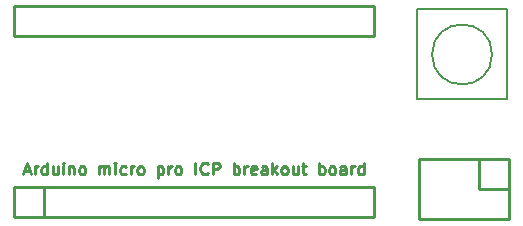
<source format=gto>
%FSLAX34Y34*%
G04 Gerber Fmt 3.4, Leading zero omitted, Abs format*
G04 (created by PCBNEW (2014-03-19 BZR 4756)-product) date Wed 28 May 2014 22:47:49 BST*
%MOIN*%
G01*
G70*
G90*
G04 APERTURE LIST*
%ADD10C,0.005906*%
%ADD11C,0.009843*%
%ADD12C,0.005000*%
%ADD13C,0.010000*%
G04 APERTURE END LIST*
G54D10*
G54D11*
X52793Y-46325D02*
X52980Y-46325D01*
X52755Y-46437D02*
X52887Y-46044D01*
X53018Y-46437D01*
X53149Y-46437D02*
X53149Y-46175D01*
X53149Y-46250D02*
X53168Y-46212D01*
X53187Y-46194D01*
X53224Y-46175D01*
X53262Y-46175D01*
X53562Y-46437D02*
X53562Y-46044D01*
X53562Y-46419D02*
X53524Y-46437D01*
X53449Y-46437D01*
X53412Y-46419D01*
X53393Y-46400D01*
X53374Y-46362D01*
X53374Y-46250D01*
X53393Y-46212D01*
X53412Y-46194D01*
X53449Y-46175D01*
X53524Y-46175D01*
X53562Y-46194D01*
X53918Y-46175D02*
X53918Y-46437D01*
X53749Y-46175D02*
X53749Y-46381D01*
X53768Y-46419D01*
X53805Y-46437D01*
X53862Y-46437D01*
X53899Y-46419D01*
X53918Y-46400D01*
X54105Y-46437D02*
X54105Y-46175D01*
X54105Y-46044D02*
X54086Y-46062D01*
X54105Y-46081D01*
X54124Y-46062D01*
X54105Y-46044D01*
X54105Y-46081D01*
X54293Y-46175D02*
X54293Y-46437D01*
X54293Y-46212D02*
X54311Y-46194D01*
X54349Y-46175D01*
X54405Y-46175D01*
X54443Y-46194D01*
X54461Y-46231D01*
X54461Y-46437D01*
X54705Y-46437D02*
X54668Y-46419D01*
X54649Y-46400D01*
X54630Y-46362D01*
X54630Y-46250D01*
X54649Y-46212D01*
X54668Y-46194D01*
X54705Y-46175D01*
X54761Y-46175D01*
X54799Y-46194D01*
X54818Y-46212D01*
X54836Y-46250D01*
X54836Y-46362D01*
X54818Y-46400D01*
X54799Y-46419D01*
X54761Y-46437D01*
X54705Y-46437D01*
X55305Y-46437D02*
X55305Y-46175D01*
X55305Y-46212D02*
X55324Y-46194D01*
X55361Y-46175D01*
X55418Y-46175D01*
X55455Y-46194D01*
X55474Y-46231D01*
X55474Y-46437D01*
X55474Y-46231D02*
X55493Y-46194D01*
X55530Y-46175D01*
X55586Y-46175D01*
X55624Y-46194D01*
X55643Y-46231D01*
X55643Y-46437D01*
X55830Y-46437D02*
X55830Y-46175D01*
X55830Y-46044D02*
X55811Y-46062D01*
X55830Y-46081D01*
X55849Y-46062D01*
X55830Y-46044D01*
X55830Y-46081D01*
X56186Y-46419D02*
X56149Y-46437D01*
X56074Y-46437D01*
X56036Y-46419D01*
X56017Y-46400D01*
X55999Y-46362D01*
X55999Y-46250D01*
X56017Y-46212D01*
X56036Y-46194D01*
X56074Y-46175D01*
X56149Y-46175D01*
X56186Y-46194D01*
X56355Y-46437D02*
X56355Y-46175D01*
X56355Y-46250D02*
X56374Y-46212D01*
X56392Y-46194D01*
X56430Y-46175D01*
X56467Y-46175D01*
X56655Y-46437D02*
X56617Y-46419D01*
X56599Y-46400D01*
X56580Y-46362D01*
X56580Y-46250D01*
X56599Y-46212D01*
X56617Y-46194D01*
X56655Y-46175D01*
X56711Y-46175D01*
X56749Y-46194D01*
X56767Y-46212D01*
X56786Y-46250D01*
X56786Y-46362D01*
X56767Y-46400D01*
X56749Y-46419D01*
X56711Y-46437D01*
X56655Y-46437D01*
X57255Y-46175D02*
X57255Y-46569D01*
X57255Y-46194D02*
X57292Y-46175D01*
X57367Y-46175D01*
X57405Y-46194D01*
X57424Y-46212D01*
X57442Y-46250D01*
X57442Y-46362D01*
X57424Y-46400D01*
X57405Y-46419D01*
X57367Y-46437D01*
X57292Y-46437D01*
X57255Y-46419D01*
X57611Y-46437D02*
X57611Y-46175D01*
X57611Y-46250D02*
X57630Y-46212D01*
X57649Y-46194D01*
X57686Y-46175D01*
X57724Y-46175D01*
X57911Y-46437D02*
X57874Y-46419D01*
X57855Y-46400D01*
X57836Y-46362D01*
X57836Y-46250D01*
X57855Y-46212D01*
X57874Y-46194D01*
X57911Y-46175D01*
X57967Y-46175D01*
X58005Y-46194D01*
X58023Y-46212D01*
X58042Y-46250D01*
X58042Y-46362D01*
X58023Y-46400D01*
X58005Y-46419D01*
X57967Y-46437D01*
X57911Y-46437D01*
X58511Y-46437D02*
X58511Y-46044D01*
X58923Y-46400D02*
X58905Y-46419D01*
X58848Y-46437D01*
X58811Y-46437D01*
X58755Y-46419D01*
X58717Y-46381D01*
X58698Y-46344D01*
X58680Y-46269D01*
X58680Y-46212D01*
X58698Y-46137D01*
X58717Y-46100D01*
X58755Y-46062D01*
X58811Y-46044D01*
X58848Y-46044D01*
X58905Y-46062D01*
X58923Y-46081D01*
X59092Y-46437D02*
X59092Y-46044D01*
X59242Y-46044D01*
X59280Y-46062D01*
X59298Y-46081D01*
X59317Y-46119D01*
X59317Y-46175D01*
X59298Y-46212D01*
X59280Y-46231D01*
X59242Y-46250D01*
X59092Y-46250D01*
X59786Y-46437D02*
X59786Y-46044D01*
X59786Y-46194D02*
X59823Y-46175D01*
X59898Y-46175D01*
X59936Y-46194D01*
X59955Y-46212D01*
X59973Y-46250D01*
X59973Y-46362D01*
X59955Y-46400D01*
X59936Y-46419D01*
X59898Y-46437D01*
X59823Y-46437D01*
X59786Y-46419D01*
X60142Y-46437D02*
X60142Y-46175D01*
X60142Y-46250D02*
X60161Y-46212D01*
X60179Y-46194D01*
X60217Y-46175D01*
X60254Y-46175D01*
X60536Y-46419D02*
X60498Y-46437D01*
X60423Y-46437D01*
X60386Y-46419D01*
X60367Y-46381D01*
X60367Y-46231D01*
X60386Y-46194D01*
X60423Y-46175D01*
X60498Y-46175D01*
X60536Y-46194D01*
X60554Y-46231D01*
X60554Y-46269D01*
X60367Y-46306D01*
X60892Y-46437D02*
X60892Y-46231D01*
X60873Y-46194D01*
X60836Y-46175D01*
X60761Y-46175D01*
X60723Y-46194D01*
X60892Y-46419D02*
X60854Y-46437D01*
X60761Y-46437D01*
X60723Y-46419D01*
X60704Y-46381D01*
X60704Y-46344D01*
X60723Y-46306D01*
X60761Y-46287D01*
X60854Y-46287D01*
X60892Y-46269D01*
X61079Y-46437D02*
X61079Y-46044D01*
X61117Y-46287D02*
X61229Y-46437D01*
X61229Y-46175D02*
X61079Y-46325D01*
X61454Y-46437D02*
X61417Y-46419D01*
X61398Y-46400D01*
X61379Y-46362D01*
X61379Y-46250D01*
X61398Y-46212D01*
X61417Y-46194D01*
X61454Y-46175D01*
X61511Y-46175D01*
X61548Y-46194D01*
X61567Y-46212D01*
X61586Y-46250D01*
X61586Y-46362D01*
X61567Y-46400D01*
X61548Y-46419D01*
X61511Y-46437D01*
X61454Y-46437D01*
X61923Y-46175D02*
X61923Y-46437D01*
X61754Y-46175D02*
X61754Y-46381D01*
X61773Y-46419D01*
X61811Y-46437D01*
X61867Y-46437D01*
X61904Y-46419D01*
X61923Y-46400D01*
X62054Y-46175D02*
X62204Y-46175D01*
X62110Y-46044D02*
X62110Y-46381D01*
X62129Y-46419D01*
X62167Y-46437D01*
X62204Y-46437D01*
X62635Y-46437D02*
X62635Y-46044D01*
X62635Y-46194D02*
X62673Y-46175D01*
X62748Y-46175D01*
X62785Y-46194D01*
X62804Y-46212D01*
X62823Y-46250D01*
X62823Y-46362D01*
X62804Y-46400D01*
X62785Y-46419D01*
X62748Y-46437D01*
X62673Y-46437D01*
X62635Y-46419D01*
X63048Y-46437D02*
X63010Y-46419D01*
X62992Y-46400D01*
X62973Y-46362D01*
X62973Y-46250D01*
X62992Y-46212D01*
X63010Y-46194D01*
X63048Y-46175D01*
X63104Y-46175D01*
X63142Y-46194D01*
X63160Y-46212D01*
X63179Y-46250D01*
X63179Y-46362D01*
X63160Y-46400D01*
X63142Y-46419D01*
X63104Y-46437D01*
X63048Y-46437D01*
X63517Y-46437D02*
X63517Y-46231D01*
X63498Y-46194D01*
X63460Y-46175D01*
X63385Y-46175D01*
X63348Y-46194D01*
X63517Y-46419D02*
X63479Y-46437D01*
X63385Y-46437D01*
X63348Y-46419D01*
X63329Y-46381D01*
X63329Y-46344D01*
X63348Y-46306D01*
X63385Y-46287D01*
X63479Y-46287D01*
X63517Y-46269D01*
X63704Y-46437D02*
X63704Y-46175D01*
X63704Y-46250D02*
X63723Y-46212D01*
X63742Y-46194D01*
X63779Y-46175D01*
X63817Y-46175D01*
X64116Y-46437D02*
X64116Y-46044D01*
X64116Y-46419D02*
X64079Y-46437D01*
X64004Y-46437D01*
X63967Y-46419D01*
X63948Y-46400D01*
X63929Y-46362D01*
X63929Y-46250D01*
X63948Y-46212D01*
X63967Y-46194D01*
X64004Y-46175D01*
X64079Y-46175D01*
X64116Y-46194D01*
G54D12*
X68401Y-42440D02*
G75*
G03X68401Y-42440I-1000J0D01*
G74*
G01*
X68901Y-43940D02*
X65901Y-43940D01*
X65901Y-43940D02*
X65901Y-40940D01*
X65901Y-40940D02*
X68901Y-40940D01*
X68901Y-43940D02*
X68901Y-40940D01*
G54D13*
X52464Y-47844D02*
X53464Y-47844D01*
X52464Y-46844D02*
X52464Y-47844D01*
X53464Y-46844D02*
X53464Y-47844D01*
X52464Y-46844D02*
X53464Y-46844D01*
X64464Y-47844D02*
X53464Y-47844D01*
X64464Y-46844D02*
X64464Y-47844D01*
X53464Y-46844D02*
X64464Y-46844D01*
X53464Y-40840D02*
X64464Y-40840D01*
X64464Y-40840D02*
X64464Y-41840D01*
X64464Y-41840D02*
X53464Y-41840D01*
X52464Y-40840D02*
X53464Y-40840D01*
X52464Y-40840D02*
X52464Y-41840D01*
X52464Y-41840D02*
X53464Y-41840D01*
X68980Y-46929D02*
X67980Y-46929D01*
X67980Y-46929D02*
X67980Y-45929D01*
X68980Y-45929D02*
X65980Y-45929D01*
X65980Y-45929D02*
X65980Y-47929D01*
X65980Y-47929D02*
X67980Y-47929D01*
X68980Y-45929D02*
X68980Y-46929D01*
X68980Y-47929D02*
X68980Y-46929D01*
X67980Y-47929D02*
X68980Y-47929D01*
M02*

</source>
